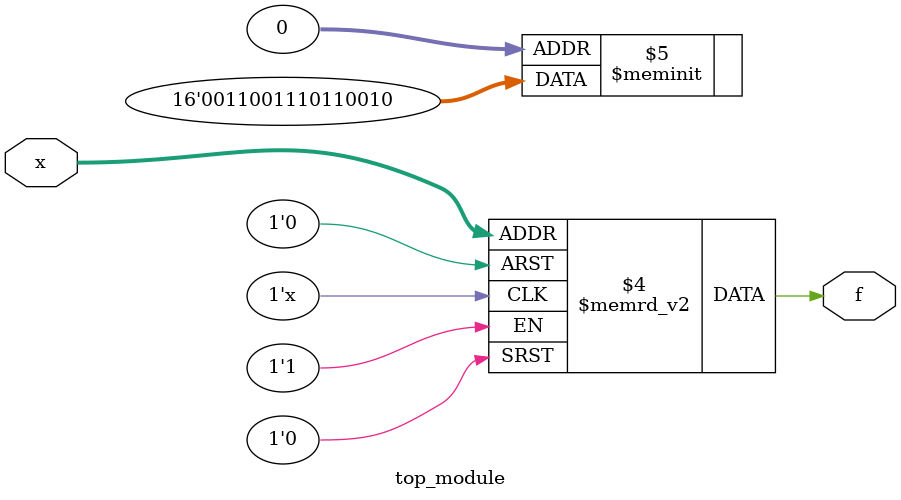
<source format=sv>
module top_module (
    input [4:1] x,
    output logic f
);

always_comb begin
    case (x)
        4'b0001, 4'b0111, 4'b1000, 4'b1001: f = 1'b1;
        4'b0010, 4'b0011, 4'b1010, 4'b1011: f = 1'b0;
        4'b0100, 4'b0101, 4'b1100, 4'b1101: f = 1'b1;
        default: f = 1'b0; // Use don't-care as 0
    endcase
end

endmodule

</source>
